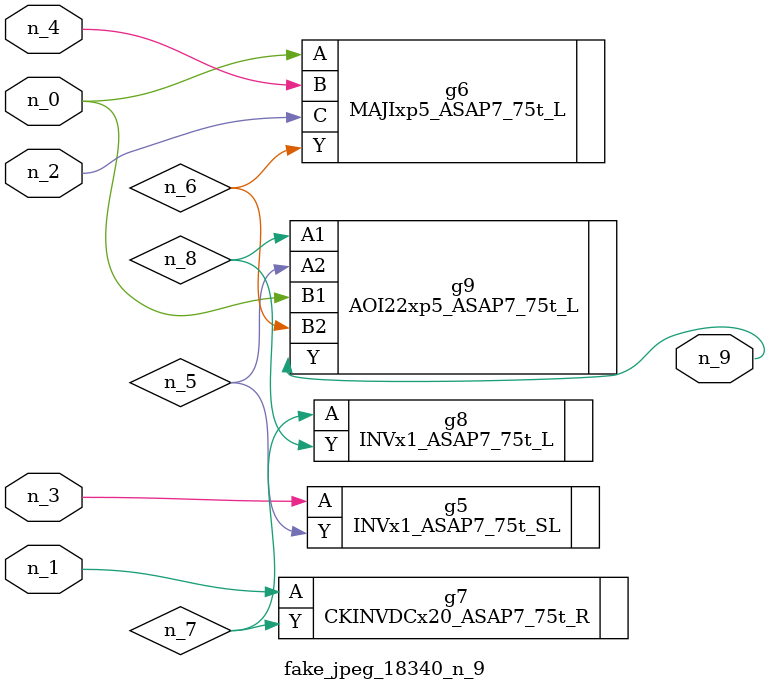
<source format=v>
module fake_jpeg_18340_n_9 (n_3, n_2, n_1, n_0, n_4, n_9);

input n_3;
input n_2;
input n_1;
input n_0;
input n_4;

output n_9;

wire n_8;
wire n_6;
wire n_5;
wire n_7;

INVx1_ASAP7_75t_SL g5 ( 
.A(n_3),
.Y(n_5)
);

MAJIxp5_ASAP7_75t_L g6 ( 
.A(n_0),
.B(n_4),
.C(n_2),
.Y(n_6)
);

CKINVDCx20_ASAP7_75t_R g7 ( 
.A(n_1),
.Y(n_7)
);

INVx1_ASAP7_75t_L g8 ( 
.A(n_7),
.Y(n_8)
);

AOI22xp5_ASAP7_75t_L g9 ( 
.A1(n_8),
.A2(n_5),
.B1(n_0),
.B2(n_6),
.Y(n_9)
);


endmodule
</source>
